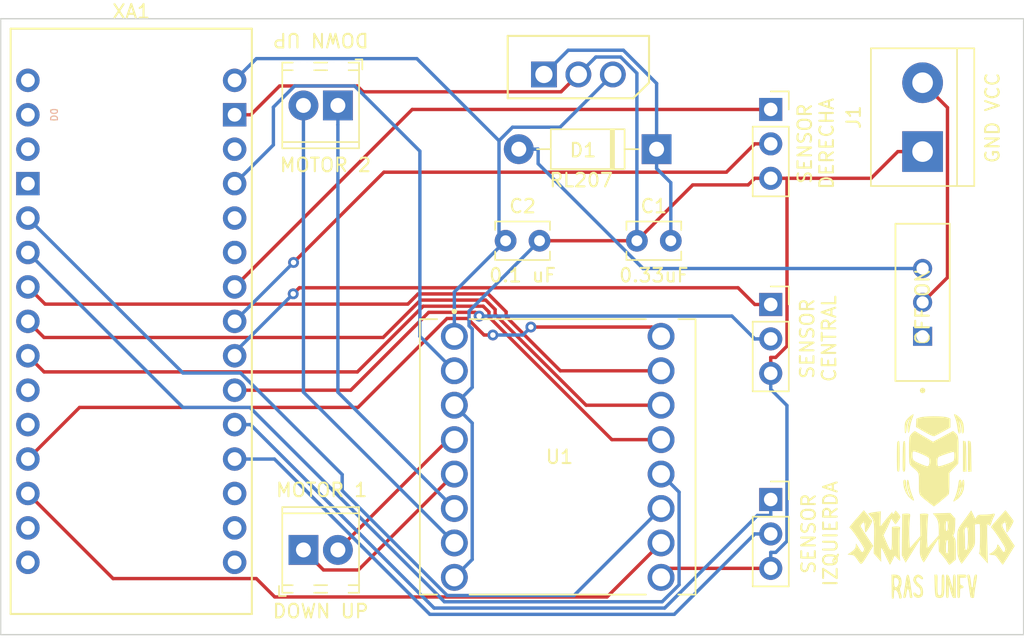
<source format=kicad_pcb>
(kicad_pcb (version 20211014) (generator pcbnew)
  (layers (0 "F.Cu" signal) (31 "B.Cu" signal) (34 "B.Paste" user) (35 "F.Paste" user) (36 "B.SilkS" user "B.Silkscreen") (37 "F.SilkS" user "F.Silkscreen") (38 "B.Mask" user) (39 "F.Mask" user) (44 "Edge.Cuts" user))
  (net 0 "")
  (net 1 "Net-(D1-Pad2)")
  (net 2 "GND")
  (net 3 "M2")
  (net 4 "M1")
  (net 5 "M4")
  (net 6 "M3")
  (net 7 "V1")
  (net 8 "S1")
  (net 9 "V2")
  (net 10 "S2")
  (net 11 "V3")
  (net 12 "S3")
  (net 14 "E1")
  (net 15 "A1")
  (net 16 "A2")
  (net 17 "E2")
  (net 18 "A3")
  (net 19 "A4")
  (net 20 "5V")
  (net 27 "Net-(C1-Pad2)")
  (net 30 "Net-(J1-Pad2)")
  (net 37 "10V")
  (net 38 "SBY")
  (footprint "Capacitor_THT:C_Disc_D3.8mm_W2.6mm_P2.50mm" (layer "F.Cu") (at 114.9804 61.2394)
    (fp_text reference "C1" (at 1.25 -2.55) (layer "F.SilkS"))
    (fp_text value "0.33uF" (at 1.25 2.55) (layer "F.SilkS"))
    (pad "1" thru_hole circle (at 0 0) (size 1.6 1.6) (drill 0.8) (layers *.Cu *.Mask) (net 2 "GND"))
    (pad "2" thru_hole circle (at 2.5 0) (size 1.6 1.6) (drill 0.8) (layers *.Cu *.Mask) (net 27 "Net-(C1-Pad2)"))
  )
  (footprint "User:logo 15x15 mm" (layer "F.Cu") (at 136.972523 80.725423)
    (fp_text reference "G***" hide)
    (fp_text value "LOGO" hide)
  )
  (footprint "User:MODULE_ROB-14450" (layer "F.Cu") (at 109.1438 77.1832)
    (fp_text reference "U1" (at 0.127 0) (layer "F.SilkS"))
    (fp_text value "ROB-14450")
    (pad "1" thru_hole circle locked (at -7.62 -8.89) (size 1.98 1.98) (drill 1.32) (layers *.Cu *.Mask) (net 37 "10V"))
    (pad "2" thru_hole circle locked (at -7.62 -6.35) (size 1.98 1.98) (drill 1.32) (layers *.Cu *.Mask) (net 20 "5V"))
    (pad "3" thru_hole circle locked (at -7.62 -3.81) (size 1.98 1.98) (drill 1.32) (layers *.Cu *.Mask) (net 2 "GND"))
    (pad "4" thru_hole circle locked (at -7.62 -1.27) (size 1.98 1.98) (drill 1.32) (layers *.Cu *.Mask) (net 4 "M1"))
    (pad "5" thru_hole circle locked (at -7.62 1.27) (size 1.98 1.98) (drill 1.32) (layers *.Cu *.Mask) (net 3 "M2"))
    (pad "6" thru_hole circle locked (at -7.62 3.81) (size 1.98 1.98) (drill 1.32) (layers *.Cu *.Mask) (net 5 "M4"))
    (pad "7" thru_hole circle locked (at -7.62 6.35) (size 1.98 1.98) (drill 1.32) (layers *.Cu *.Mask) (net 6 "M3"))
    (pad "8" thru_hole circle locked (at -7.62 8.89) (size 1.98 1.98) (drill 1.32) (layers *.Cu *.Mask) (net 2 "GND"))
    (pad "9" thru_hole circle locked (at 7.62 8.89) (size 1.98 1.98) (drill 1.32) (layers *.Cu *.Mask) (net 2 "GND"))
    (pad "10" thru_hole circle locked (at 7.62 6.35) (size 1.98 1.98) (drill 1.32) (layers *.Cu *.Mask) (net 17 "E2"))
    (pad "11" thru_hole circle locked (at 7.62 3.81) (size 1.98 1.98) (drill 1.32) (layers *.Cu *.Mask) (net 19 "A4"))
    (pad "12" thru_hole circle locked (at 7.62 1.27) (size 1.98 1.98) (drill 1.32) (layers *.Cu *.Mask) (net 18 "A3"))
    (pad "13" thru_hole circle locked (at 7.62 -1.27) (size 1.98 1.98) (drill 1.32) (layers *.Cu *.Mask) (net 38 "SBY"))
    (pad "14" thru_hole circle locked (at 7.62 -3.81) (size 1.98 1.98) (drill 1.32) (layers *.Cu *.Mask) (net 15 "A1"))
    (pad "15" thru_hole circle locked (at 7.62 -6.35) (size 1.98 1.98) (drill 1.32) (layers *.Cu *.Mask) (net 16 "A2"))
    (pad "16" thru_hole circle locked (at 7.62 -8.89) (size 1.98 1.98) (drill 1.32) (layers *.Cu *.Mask) (net 14 "E1"))
  )
  (footprint "Connector_PinSocket_2.54mm:PinSocket_1x03_P2.54mm_Vertical" (layer "F.Cu") (at 124.8478 80.3297)
    (fp_text reference "J4" hide)
    (fp_text value "SI")
    (pad "1" thru_hole rect (at 0 0) (size 1.7 1.7) (drill 1) (layers *.Cu *.Mask) (net 7 "V1"))
    (pad "2" thru_hole oval (at 0 2.54) (size 1.7 1.7) (drill 1) (layers *.Cu *.Mask) (net 8 "S1"))
    (pad "3" thru_hole oval (at 0 5.08) (size 1.7 1.7) (drill 1) (layers *.Cu *.Mask) (net 2 "GND"))
  )
  (footprint "User:TO254P450X1020X1935-3P" (layer "F.Cu") (at 113.2078 47.879)
    (fp_text reference "Q1" hide)
    (fp_text value "L78S10CV" hide)
    (pad "1" thru_hole rect locked (at -5.08 1.0922) (size 1.905 1.905) (drill 1.27) (layers *.Cu *.Mask) (net 27 "Net-(C1-Pad2)"))
    (pad "2" thru_hole circle locked (at -2.54 1.0922) (size 1.905 1.905) (drill 1.27) (layers *.Cu *.Mask) (net 2 "GND"))
    (pad "3" thru_hole circle locked (at 0 1.0922) (size 1.905 1.905) (drill 1.27) (layers *.Cu *.Mask) (net 37 "10V"))
  )
  (footprint "Capacitor_THT:C_Disc_D3.8mm_W2.6mm_P2.50mm" (layer "F.Cu") (at 105.303 61.2394)
    (fp_text reference "C2" (at 1.25 -2.55) (layer "F.SilkS"))
    (fp_text value "0.1 uF" (at 1.25 2.55) (layer "F.SilkS"))
    (pad "1" thru_hole circle (at 0 0) (size 1.6 1.6) (drill 0.8) (layers *.Cu *.Mask) (net 37 "10V"))
    (pad "2" thru_hole circle (at 2.5 0) (size 1.6 1.6) (drill 0.8) (layers *.Cu *.Mask) (net 2 "GND"))
  )
  (footprint "User:SW_MINI-SPDT-SW" (layer "F.Cu") (at 136.0424 65.786 90)
    (fp_text reference "S1" hide)
    (fp_text value "MINI-SPDT-SW")
    (pad "1" thru_hole rect locked (at -2.5 0 90) (size 1.408 1.408) (drill 0.9) (layers *.Cu *.Mask))
    (pad "2" thru_hole circle locked (at 0 0 90) (size 1.408 1.408) (drill 0.9) (layers *.Cu *.Mask) (net 30 "Net-(J1-Pad2)"))
    (pad "3" thru_hole circle locked (at 2.5 0 90) (size 1.408 1.408) (drill 0.9) (layers *.Cu *.Mask) (net 1 "Net-(D1-Pad2)"))
  )
  (footprint "Connector_PinSocket_2.54mm:PinSocket_1x03_P2.54mm_Vertical" (layer "F.Cu") (at 124.8478 65.9406)
    (fp_text reference "J5" hide)
    (fp_text value "SC")
    (pad "1" thru_hole rect (at 0 0) (size 1.7 1.7) (drill 1) (layers *.Cu *.Mask) (net 9 "V2"))
    (pad "2" thru_hole oval (at 0 2.54) (size 1.7 1.7) (drill 1) (layers *.Cu *.Mask) (net 10 "S2"))
    (pad "3" thru_hole oval (at 0 5.08) (size 1.7 1.7) (drill 1) (layers *.Cu *.Mask) (net 2 "GND"))
  )
  (footprint "TerminalBlock_Phoenix:TerminalBlock_Phoenix_MPT-0,5-2-2.54_1x02_P2.54mm_Horizontal" (layer "F.Cu") (at 90.3986 84.0486)
    (fp_text reference "J2" hide)
    (fp_text value "MOTOR 1" (at 1.3462 -4.4196) (layer "F.SilkS"))
    (pad "" np_thru_hole circle (at 2.54 2.54) (size 1.1 1.1) (drill 1.1) (layers *.Cu *.Mask))
    (pad "" np_thru_hole circle (at 0 2.54) (size 1.1 1.1) (drill 1.1) (layers *.Cu *.Mask))
    (pad "1" thru_hole rect (at 0 0) (size 2.2 2.2) (drill 1.1) (layers *.Cu *.Mask) (net 3 "M2"))
    (pad "2" thru_hole circle (at 2.54 0) (size 2.2 2.2) (drill 1.1) (layers *.Cu *.Mask) (net 4 "M1"))
  )
  (footprint "Diode_THT:D_DO-41_SOD81_P10.16mm_Horizontal" (layer "F.Cu") (at 116.4336 54.483 180)
    (fp_text reference "D1" (at 5.42845 -0.07885) (layer "F.SilkS"))
    (fp_text value "RL207" (at 5.55545 -2.28865) (layer "F.SilkS"))
    (pad "1" thru_hole rect (at 0 0 180) (size 2.2 2.2) (drill 1.1) (layers *.Cu *.Mask) (net 27 "Net-(C1-Pad2)"))
    (pad "2" thru_hole oval (at 10.16 0 180) (size 2.2 2.2) (drill 1.1) (layers *.Cu *.Mask) (net 1 "Net-(D1-Pad2)"))
  )
  (footprint "PCM_arduino-library:Arduino_Nano_Every_Socket" (layer "F.Cu") (at 77.7058 88.7756)
    (fp_text reference "XA1" (at 0 -44.45) (layer "F.SilkS"))
    (fp_text value "Arduino_Nano_Every_Socket")
    (fp_text user "D0" (at -5.715 -36.83 -90 unlocked) (layer "B.SilkS") (effects (font (size 0.5 0.5) (thickness 0.075)) (justify mirror)))
    (fp_text user "D0" (at -5.715 -36.83 -90 unlocked) (layer "F.SilkS") (effects (font (size 0.5 0.5) (thickness 0.075))))
    (pad "" np_thru_hole circle (at -7.62 -41.91) (size 1.8 1.8) (drill 1.8) (layers F&B.Cu *.Mask))
    (pad "" np_thru_hole circle (at 7.62 -1.27) (size 1.8 1.8) (drill 1.8) (layers F&B.Cu *.Mask))
    (pad "" np_thru_hole circle (at -7.62 -1.27) (size 1.8 1.8) (drill 1.8) (layers F&B.Cu *.Mask))
    (pad "" np_thru_hole circle (at 7.62 -41.91) (size 1.8 1.8) (drill 1.8) (layers F&B.Cu *.Mask))
    (pad "3V3" thru_hole circle (at 7.62 -6.35) (size 1.7272 1.7272) (drill 1.016) (layers *.Cu *.Mask))
    (pad "5V" thru_hole circle (at 7.62 -31.75) (size 1.7272 1.7272) (drill 1.016) (layers *.Cu *.Mask) (net 20 "5V"))
    (pad "A0" thru_hole circle (at 7.62 -11.43) (size 1.7272 1.7272) (drill 1.016) (layers *.Cu *.Mask) (net 8 "S1"))
    (pad "A1" thru_hole circle (at 7.62 -13.97) (size 1.7272 1.7272) (drill 1.016) (layers *.Cu *.Mask) (net 7 "V1"))
    (pad "A2" thru_hole circle (at 7.62 -16.51) (size 1.7272 1.7272) (drill 1.016) (layers *.Cu *.Mask) (net 10 "S2"))
    (pad "A3" thru_hole circle (at 7.62 -19.05) (size 1.7272 1.7272) (drill 1.016) (layers *.Cu *.Mask) (net 9 "V2"))
    (pad "A4" thru_hole circle (at 7.62 -21.59) (size 1.7272 1.7272) (drill 1.016) (layers *.Cu *.Mask) (net 12 "S3"))
    (pad "A5" thru_hole circle (at 7.62 -24.13) (size 1.7272 1.7272) (drill 1.016) (layers *.Cu *.Mask) (net 11 "V3"))
    (pad "A6" thru_hole circle (at 7.62 -26.67) (size 1.7272 1.7272) (drill 1.016) (layers *.Cu *.Mask))
    (pad "A7" thru_hole circle (at 7.62 -29.21) (size 1.7272 1.7272) (drill 1.016) (layers *.Cu *.Mask))
    (pad "AREF" thru_hole circle (at 7.62 -8.89) (size 1.7272 1.7272) (drill 1.016) (layers *.Cu *.Mask))
    (pad "D0" thru_hole circle (at -7.62 -36.83) (size 1.7272 1.7272) (drill 1.016) (layers *.Cu *.Mask))
    (pad "D1" thru_hole circle (at -7.62 -39.37) (size 1.7272 1.7272) (drill 1.016) (layers *.Cu *.Mask))
    (pad "D2" thru_hole circle (at -7.62 -29.21) (size 1.7272 1.7272) (drill 1.016) (layers *.Cu *.Mask) (net 19 "A4"))
    (pad "D3" thru_hole circle (at -7.62 -26.67) (size 1.7272 1.7272) (drill 1.016) (layers *.Cu *.Mask) (net 18 "A3"))
    (pad "D4" thru_hole circle (at -7.62 -24.13) (size 1.7272 1.7272) (drill 1.016) (layers *.Cu *.Mask) (net 16 "A2"))
    (pad "D5" thru_hole circle (at -7.62 -21.59) (size 1.7272 1.7272) (drill 1.016) (layers *.Cu *.Mask) (net 15 "A1"))
    (pad "D6" thru_hole circle (at -7.62 -19.05) (size 1.7272 1.7272) (drill 1.016) (layers *.Cu *.Mask) (net 38 "SBY"))
    (pad "D7" thru_hole circle (at -7.62 -16.51) (size 1.7272 1.7272) (drill 1.016) (layers *.Cu *.Mask))
    (pad "D8" thru_hole circle (at -7.62 -13.97) (size 1.7272 1.7272) (drill 1.016) (layers *.Cu *.Mask))
    (pad "D9" thru_hole circle (at -7.62 -11.43) (size 1.7272 1.7272) (drill 1.016) (layers *.Cu *.Mask) (net 14 "E1"))
    (pad "D10" thru_hole circle (at -7.62 -8.89) (size 1.7272 1.7272) (drill 1.016) (layers *.Cu *.Mask) (net 17 "E2"))
    (pad "D11" thru_hole circle (at -7.62 -6.35) (size 1.7272 1.7272) (drill 1.016) (layers *.Cu *.Mask))
    (pad "D12" thru_hole circle (at -7.62 -3.81) (size 1.7272 1.7272) (drill 1.016) (layers *.Cu *.Mask))
    (pad "D13" thru_hole circle (at 7.62 -3.81) (size 1.7272 1.7272) (drill 1.016) (layers *.Cu *.Mask))
    (pad "GND1" thru_hole rect (at -7.62 -31.75) (size 1.7272 1.7272) (drill 1.016) (layers *.Cu *.Mask))
    (pad "GND2" thru_hole rect (at 7.62 -36.83) (size 1.7272 1.7272) (drill 1.016) (layers *.Cu *.Mask) (net 2 "GND"))
    (pad "RST1" thru_hole circle (at -7.62 -34.29) (size 1.7272 1.7272) (drill 1.016) (layers *.Cu *.Mask))
    (pad "RST2" thru_hole circle (at 7.62 -34.29) (size 1.7272 1.7272) (drill 1.016) (layers *.Cu *.Mask))
    (pad "VIN" thru_hole circle (at 7.62 -39.37) (size 1.7272 1.7272) (drill 1.016) (layers *.Cu *.Mask) (net 37 "10V"))
  )
  (footprint "TerminalBlock:TerminalBlock_bornier-2_P5.08mm" (layer "F.Cu") (at 136.0424 54.6608 90)
    (fp_text reference "J1" (at 2.54 -5.08 90) (layer "F.SilkS"))
    (fp_text value "POWER")
    (pad "1" thru_hole rect (at 0 0 90) (size 3 3) (drill 1.52) (layers *.Cu *.Mask) (net 2 "GND"))
    (pad "2" thru_hole circle (at 5.08 0 90) (size 3 3) (drill 1.52) (layers *.Cu *.Mask) (net 30 "Net-(J1-Pad2)"))
  )
  (footprint "TerminalBlock_Phoenix:TerminalBlock_Phoenix_MPT-0,5-2-2.54_1x02_P2.54mm_Horizontal" (layer "F.Cu") (at 92.9386 51.2572 180)
    (fp_text reference "J3" hide)
    (fp_text value "MOTOR 2" (at 0.9144 -4.3942 180) (layer "F.SilkS"))
    (pad "" np_thru_hole circle (at 0 2.54 180) (size 1.1 1.1) (drill 1.1) (layers *.Cu *.Mask))
    (pad "" np_thru_hole circle (at 2.54 2.54 180) (size 1.1 1.1) (drill 1.1) (layers *.Cu *.Mask))
    (pad "1" thru_hole rect (at 0 0 180) (size 2.2 2.2) (drill 1.1) (layers *.Cu *.Mask) (net 5 "M4"))
    (pad "2" thru_hole circle (at 2.54 0 180) (size 2.2 2.2) (drill 1.1) (layers *.Cu *.Mask) (net 6 "M3"))
  )
  (footprint "Connector_PinSocket_2.54mm:PinSocket_1x03_P2.54mm_Vertical" (layer "F.Cu") (at 124.8478 51.5515)
    (fp_text reference "J6" hide)
    (fp_text value "SD")
    (pad "1" thru_hole rect (at 0 0) (size 1.7 1.7) (drill 1) (layers *.Cu *.Mask) (net 11 "V3"))
    (pad "2" thru_hole oval (at 0 2.54) (size 1.7 1.7) (drill 1) (layers *.Cu *.Mask) (net 12 "S3"))
    (pad "3" thru_hole oval (at 0 5.08) (size 1.7 1.7) (drill 1) (layers *.Cu *.Mask) (net 2 "GND"))
  )
  (gr_rect (start 68.07915 44.85905) (end 143.49175 90.29965) (layer "Edge.Cuts") (width 0.1) (fill none))
  (gr_text "SENSOR\nCENTRAL\n" (at 128.3462 68.465699 90) (layer "F.SilkS") (effects (font (size 1 1))))
  (gr_text "DOWN UP" (at 91.668601 46.4312 180) (layer "F.SilkS") (effects (font (size 1 1))))
  (gr_text "DOWN UP" (at 91.6686 88.5698) (layer "F.SilkS") (effects (font (size 1 1))))
  (gr_text "OFF ON" (at 136.0424 66.0985 90) (layer "F.SilkS") (effects (font (size 1 1))))
  (gr_text "GND VCC" (at 141.1986 52.1716 90) (layer "F.SilkS") (effects (font (size 1 1))))
  (gr_text "SENSOR\nIZQUIERDA\n" (at 128.4478 82.8548 90) (layer "F.SilkS") (effects (font (size 1 1))))
  (gr_text "SENSOR\nDERECHA" (at 128.1684 54.076599 90) (layer "F.SilkS") (effects (font (size 1 1))))
  (segment (start 115.4333 63.286) (end 136.0424 63.286) (width 0.25) (layer "B.Cu") (net 1))
  (segment (start 106.2736 54.483) (end 107.7005 54.483) (width 0.25) (layer "B.Cu") (net 1))
  (segment (start 107.7005 54.483) (end 107.7005 55.5532) (width 0.25) (layer "B.Cu") (net 1))
  (segment (start 107.7005 55.5532) (end 115.4333 63.286) (width 0.25) (layer "B.Cu") (net 1))
  (segment (start 94.3658 49.8197) (end 88.6422 49.8197) (width 0.25) (layer "F.Cu") (net 2))
  (segment (start 110.6678 48.9712) (end 109.3884 50.2506) (width 0.25) (layer "F.Cu") (net 2))
  (segment (start 124.8478 85.4097) (end 117.4273 85.4097) (width 0.25) (layer "F.Cu") (net 2))
  (segment (start 88.6422 49.8197) (end 86.5163 51.9456) (width 0.25) (layer "F.Cu") (net 2))
  (segment (start 124.8478 56.6315) (end 123.6709 56.6315) (width 0.25) (layer "F.Cu") (net 2))
  (segment (start 126.0466 56.6315) (end 124.8478 56.6315) (width 0.25) (layer "F.Cu") (net 2))
  (segment (start 119.1005 57.1193) (end 114.9804 61.2394) (width 0.25) (layer "F.Cu") (net 2))
  (segment (start 125.2136 69.8437) (end 124.8478 69.8437) (width 0.25) (layer "F.Cu") (net 2))
  (segment (start 94.7967 50.2506) (end 94.3658 49.8197) (width 0.25) (layer "F.Cu") (net 2))
  (segment (start 126.0466 56.6315) (end 126.0466 69.0107) (width 0.25) (layer "F.Cu") (net 2))
  (segment (start 109.3884 50.2506) (end 94.7967 50.2506) (width 0.25) (layer "F.Cu") (net 2))
  (segment (start 132.2448 56.6315) (end 126.0466 56.6315) (width 0.25) (layer "F.Cu") (net 2))
  (segment (start 126.0466 69.0107) (end 125.2136 69.8437) (width 0.25) (layer "F.Cu") (net 2))
  (segment (start 124.8478 71.0206) (end 124.8478 69.8437) (width 0.25) (layer "F.Cu") (net 2))
  (segment (start 117.4273 85.4097) (end 116.7638 86.0732) (width 0.25) (layer "F.Cu") (net 2))
  (segment (start 136.0424 54.6608) (end 134.2155 54.6608) (width 0.25) (layer "F.Cu") (net 2))
  (segment (start 85.3258 51.9456) (end 86.5163 51.9456) (width 0.25) (layer "F.Cu") (net 2))
  (segment (start 134.2155 54.6608) (end 132.2448 56.6315) (width 0.25) (layer "F.Cu") (net 2))
  (segment (start 123.1831 57.1193) (end 119.1005 57.1193) (width 0.25) (layer "F.Cu") (net 2))
  (segment (start 114.9804 61.2394) (end 107.803 61.2394) (width 0.25) (layer "F.Cu") (net 2))
  (segment (start 123.6709 56.6315) (end 123.1831 57.1193) (width 0.25) (layer "F.Cu") (net 2))
  (segment (start 111.9553 47.6837) (end 113.7855 47.6837) (width 0.25) (layer "B.Cu") (net 2))
  (segment (start 102.8407 84.7563) (end 102.8407 74.6901) (width 0.25) (layer "B.Cu") (net 2))
  (segment (start 102.6082 66.4342) (end 107.803 61.2394) (width 0.25) (layer "B.Cu") (net 2))
  (segment (start 101.5238 86.0732) (end 102.8407 84.7563) (width 0.25) (layer "B.Cu") (net 2))
  (segment (start 124.8478 72.1975) (end 126.0418 73.3915) (width 0.25) (layer "B.Cu") (net 2))
  (segment (start 101.5238 73.3732) (end 102.8413 72.0557) (width 0.25) (layer "B.Cu") (net 2))
  (segment (start 110.6678 48.9712) (end 111.9553 47.6837) (width 0.25) (layer "B.Cu") (net 2))
  (segment (start 102.8407 74.6901) (end 101.5238 73.3732) (width 0.25) (layer "B.Cu") (net 2))
  (segment (start 102.8413 72.0557) (end 102.8413 67.7483) (width 0.25) (layer "B.Cu") (net 2))
  (segment (start 102.6082 67.5152) (end 102.6082 66.4342) (width 0.25) (layer "B.Cu") (net 2))
  (segment (start 124.8478 85.4097) (end 124.8478 84.2328) (width 0.25) (layer "B.Cu") (net 2))
  (segment (start 124.8478 71.0206) (end 124.8478 72.1975) (width 0.25) (layer "B.Cu") (net 2))
  (segment (start 125.2136 84.2328) (end 124.8478 84.2328) (width 0.25) (layer "B.Cu") (net 2))
  (segment (start 126.0418 73.3915) (end 126.0418 83.4046) (width 0.25) (layer "B.Cu") (net 2))
  (segment (start 102.8413 67.7483) (end 102.6082 67.5152) (width 0.25) (layer "B.Cu") (net 2))
  (segment (start 114.9804 48.8786) (end 114.9804 61.2394) (width 0.25) (layer "B.Cu") (net 2))
  (segment (start 126.0418 83.4046) (end 125.2136 84.2328) (width 0.25) (layer "B.Cu") (net 2))
  (segment (start 113.7855 47.6837) (end 114.9804 48.8786) (width 0.25) (layer "B.Cu") (net 2))
  (segment (start 90.3986 84.0486) (end 91.8783 85.5283) (width 0.25) (layer "F.Cu") (net 3))
  (segment (start 91.8783 85.5283) (end 94.4487 85.5283) (width 0.25) (layer "F.Cu") (net 3))
  (segment (start 94.4487 85.5283) (end 101.5238 78.4532) (width 0.25) (layer "F.Cu") (net 3))
  (segment (start 92.9386 84.0486) (end 101.074 75.9132) (width 0.25) (layer "F.Cu") (net 4))
  (segment (start 101.074 75.9132) (end 101.5238 75.9132) (width 0.25) (layer "F.Cu") (net 4))
  (segment (start 92.9386 51.2572) (end 92.9386 52.6841) (width 0.25) (layer "B.Cu") (net 5))
  (segment (start 101.5238 80.9932) (end 92.9386 72.408) (width 0.25) (layer "B.Cu") (net 5))
  (segment (start 92.9386 72.408) (end 92.9386 52.6841) (width 0.25) (layer "B.Cu") (net 5))
  (segment (start 90.3986 72.408) (end 101.5238 83.5332) (width 0.25) (layer "B.Cu") (net 6))
  (segment (start 90.3986 51.2572) (end 90.3986 72.408) (width 0.25) (layer "B.Cu") (net 6))
  (segment (start 85.3258 74.8056) (end 86.4964 74.8056) (width 0.25) (layer "B.Cu") (net 7))
  (segment (start 124.8478 80.3297) (end 124.8478 81.5066) (width 0.25) (layer "B.Cu") (net 7))
  (segment (start 117.0313 88.3383) (end 123.863 81.5066) (width 0.25) (layer "B.Cu") (net 7))
  (segment (start 86.4964 74.8056) (end 100.0291 88.3383) (width 0.25) (layer "B.Cu") (net 7))
  (segment (start 100.0291 88.3383) (end 117.0313 88.3383) (width 0.25) (layer "B.Cu") (net 7))
  (segment (start 123.863 81.5066) (end 124.8478 81.5066) (width 0.25) (layer "B.Cu") (net 7))
  (segment (start 117.7383 88.8023) (end 123.6709 82.8697) (width 0.25) (layer "B.Cu") (net 8))
  (segment (start 99.7177 88.8023) (end 117.7383 88.8023) (width 0.25) (layer "B.Cu") (net 8))
  (segment (start 88.261 77.3456) (end 99.7177 88.8023) (width 0.25) (layer "B.Cu") (net 8))
  (segment (start 85.3258 77.3456) (end 88.261 77.3456) (width 0.25) (layer "B.Cu") (net 8))
  (segment (start 124.8478 82.8697) (end 123.6709 82.8697) (width 0.25) (layer "B.Cu") (net 8))
  (segment (start 124.8478 65.9406) (end 123.6709 65.9406) (width 0.25) (layer "F.Cu") (net 9))
  (segment (start 122.4385 64.7082) (end 123.6709 65.9406) (width 0.25) (layer "F.Cu") (net 9))
  (segment (start 90.0933 64.7082) (end 122.4385 64.7082) (width 0.25) (layer "F.Cu") (net 9))
  (segment (start 89.6453 65.1562) (end 90.0933 64.7082) (width 0.25) (layer "F.Cu") (net 9))
  (via (at 89.6453 65.1562) (size 0.8) (drill 0.4) (layers "F.Cu" "B.Cu") (net 9))
  (segment (start 85.3258 69.4757) (end 85.3258 69.7256) (width 0.25) (layer "B.Cu") (net 9))
  (segment (start 89.6453 65.1562) (end 85.3258 69.4757) (width 0.25) (layer "B.Cu") (net 9))
  (segment (start 103.0729 66.5203) (end 103.3505 66.7979) (width 0.25) (layer "F.Cu") (net 10))
  (segment (start 99.6333 66.5203) (end 103.0729 66.5203) (width 0.25) (layer "F.Cu") (net 10))
  (segment (start 85.3273 72.264) (end 93.8896 72.264) (width 0.25) (layer "F.Cu") (net 10))
  (segment (start 85.3273 72.2641) (end 85.3273 72.264) (width 0.25) (layer "F.Cu") (net 10))
  (segment (start 93.8896 72.264) (end 99.6333 66.5203) (width 0.25) (layer "F.Cu") (net 10))
  (segment (start 85.3258 72.2656) (end 85.3273 72.2641) (width 0.25) (layer "F.Cu") (net 10))
  (via (at 103.3505 66.7979) (size 0.8) (drill 0.4) (layers "F.Cu" "B.Cu") (net 10))
  (segment (start 123.6709 68.4806) (end 121.9882 66.7979) (width 0.25) (layer "B.Cu") (net 10))
  (segment (start 121.9882 66.7979) (end 103.3505 66.7979) (width 0.25) (layer "B.Cu") (net 10))
  (segment (start 124.8478 68.4806) (end 123.6709 68.4806) (width 0.25) (layer "B.Cu") (net 10))
  (segment (start 98.4199 51.5515) (end 85.3258 64.6456) (width 0.25) (layer "F.Cu") (net 11))
  (segment (start 124.8478 51.5515) (end 98.4199 51.5515) (width 0.25) (layer "F.Cu") (net 11))
  (segment (start 123.6709 54.0915) (end 121.5813 56.1811) (width 0.25) (layer "F.Cu") (net 12))
  (segment (start 96.3303 56.1811) (end 89.6687 62.8427) (width 0.25) (layer "F.Cu") (net 12))
  (segment (start 121.5813 56.1811) (end 96.3303 56.1811) (width 0.25) (layer "F.Cu") (net 12))
  (segment (start 124.8478 54.0915) (end 123.6709 54.0915) (width 0.25) (layer "F.Cu") (net 12))
  (via (at 89.6687 62.8427) (size 0.8) (drill 0.4) (layers "F.Cu" "B.Cu") (net 12))
  (segment (start 85.3258 67.1856) (end 89.6687 62.8427) (width 0.25) (layer "B.Cu") (net 12))
  (segment (start 100.9805 66.9742) (end 102.4909 66.9742) (width 0.25) (layer "F.Cu") (net 14))
  (segment (start 116.0759 67.6053) (end 107.165 67.6053) (width 0.25) (layer "F.Cu") (net 14))
  (segment (start 116.7638 68.2932) (end 116.0759 67.6053) (width 0.25) (layer "F.Cu") (net 14))
  (segment (start 103.7109 68.1942) (end 104.3648 68.1942) (width 0.25) (layer "F.Cu") (net 14))
  (segment (start 94.4191 73.5356) (end 100.9805 66.9742) (width 0.25) (layer "F.Cu") (net 14))
  (segment (start 73.8958 73.5356) (end 94.4191 73.5356) (width 0.25) (layer "F.Cu") (net 14))
  (segment (start 102.4909 66.9742) (end 103.7109 68.1942) (width 0.25) (layer "F.Cu") (net 14))
  (segment (start 70.0858 77.3456) (end 73.8958 73.5356) (width 0.25) (layer "F.Cu") (net 14))
  (via (at 107.165 67.6053) (size 0.8) (drill 0.4) (layers "F.Cu" "B.Cu") (net 14))
  (via (at 104.3648 68.1942) (size 0.8) (drill 0.4) (layers "F.Cu" "B.Cu") (net 14))
  (segment (start 107.165 67.6053) (end 106.5761 68.1942) (width 0.25) (layer "B.Cu") (net 14))
  (segment (start 106.5761 68.1942) (end 104.3648 68.1942) (width 0.25) (layer "B.Cu") (net 14))
  (segment (start 116.7638 73.3732) (end 111.2363 73.3732) (width 0.25) (layer "F.Cu") (net 15))
  (segment (start 99.0339 65.6165) (end 96.2742 68.3762) (width 0.25) (layer "F.Cu") (net 15))
  (segment (start 104.5293 66.6662) (end 104.5293 66.3096) (width 0.25) (layer "F.Cu") (net 15))
  (segment (start 96.2742 68.3762) (end 71.2764 68.3762) (width 0.25) (layer "F.Cu") (net 15))
  (segment (start 104.5293 66.3096) (end 103.8362 65.6165) (width 0.25) (layer "F.Cu") (net 15))
  (segment (start 71.2764 68.3762) (end 70.0858 67.1856) (width 0.25) (layer "F.Cu") (net 15))
  (segment (start 103.8362 65.6165) (end 99.0339 65.6165) (width 0.25) (layer "F.Cu") (net 15))
  (segment (start 111.2363 73.3732) (end 104.5293 66.6662) (width 0.25) (layer "F.Cu") (net 15))
  (segment (start 98.0957 65.9156) (end 71.3558 65.9156) (width 0.25) (layer "F.Cu") (net 16))
  (segment (start 105.3404 66.4816) (end 104.0219 65.1631) (width 0.25) (layer "F.Cu") (net 16))
  (segment (start 98.8482 65.1631) (end 98.0957 65.9156) (width 0.25) (layer "F.Cu") (net 16))
  (segment (start 105.3404 66.8381) (end 105.3404 66.4816) (width 0.25) (layer "F.Cu") (net 16))
  (segment (start 109.3355 70.8332) (end 105.3404 66.8381) (width 0.25) (layer "F.Cu") (net 16))
  (segment (start 116.7638 70.8332) (end 109.3355 70.8332) (width 0.25) (layer "F.Cu") (net 16))
  (segment (start 71.3558 65.9156) (end 70.0858 64.6456) (width 0.25) (layer "F.Cu") (net 16))
  (segment (start 104.0219 65.1631) (end 98.8482 65.1631) (width 0.25) (layer "F.Cu") (net 16))
  (segment (start 112.7772 87.5198) (end 116.7638 83.5332) (width 0.25) (layer "F.Cu") (net 17))
  (segment (start 88.2834 87.5198) (end 112.7772 87.5198) (width 0.25) (layer "F.Cu") (net 17))
  (segment (start 70.0858 79.8856) (end 76.364 86.1638) (width 0.25) (layer "F.Cu") (net 17))
  (segment (start 76.364 86.1638) (end 86.9274 86.1638) (width 0.25) (layer "F.Cu") (net 17))
  (segment (start 86.9274 86.1638) (end 88.2834 87.5198) (width 0.25) (layer "F.Cu") (net 17))
  (segment (start 116.7638 78.4532) (end 118.0911 79.7805) (width 0.25) (layer "B.Cu") (net 18))
  (segment (start 116.8412 87.8743) (end 100.7911 87.8743) (width 0.25) (layer "B.Cu") (net 18))
  (segment (start 118.0911 86.6244) (end 116.8412 87.8743) (width 0.25) (layer "B.Cu") (net 18))
  (segment (start 118.0911 79.7805) (end 118.0911 86.6244) (width 0.25) (layer "B.Cu") (net 18))
  (segment (start 100.7911 87.8743) (end 86.4524 73.5356) (width 0.25) (layer "B.Cu") (net 18))
  (segment (start 86.4524 73.5356) (end 81.5158 73.5356) (width 0.25) (layer "B.Cu") (net 18))
  (segment (start 81.5158 73.5356) (end 70.0858 62.1056) (width 0.25) (layer "B.Cu") (net 18))
  (segment (start 81.5158 70.9956) (end 70.0858 59.5656) (width 0.25) (layer "B.Cu") (net 19))
  (segment (start 110.3454 87.4116) (end 100.9971 87.4116) (width 0.25) (layer "B.Cu") (net 19))
  (segment (start 85.7637 70.9956) (end 81.5158 70.9956) (width 0.25) (layer "B.Cu") (net 19))
  (segment (start 100.9971 87.4116) (end 93.2556 79.6701) (width 0.25) (layer "B.Cu") (net 19))
  (segment (start 116.7638 80.9932) (end 110.3454 87.4116) (width 0.25) (layer "B.Cu") (net 19))
  (segment (start 93.2556 79.6701) (end 93.2556 78.4875) (width 0.25) (layer "B.Cu") (net 19))
  (segment (start 93.2556 78.4875) (end 85.7637 70.9956) (width 0.25) (layer "B.Cu") (net 19))
  (segment (start 88.1835 54.1679) (end 88.1835 51.383) (width 0.25) (layer "B.Cu") (net 20))
  (segment (start 88.1835 51.383) (end 89.7499 49.8166) (width 0.25) (layer "B.Cu") (net 20))
  (segment (start 98.9825 68.2919) (end 101.5238 70.8332) (width 0.25) (layer "B.Cu") (net 20))
  (segment (start 85.3258 57.0256) (end 88.1835 54.1679) (width 0.25) (layer "B.Cu") (net 20))
  (segment (start 94.1708 49.8166) (end 98.9825 54.6283) (width 0.25) (layer "B.Cu") (net 20))
  (segment (start 98.9825 54.6283) (end 98.9825 68.2919) (width 0.25) (layer "B.Cu") (net 20))
  (segment (start 89.7499 49.8166) (end 94.1708 49.8166) (width 0.25) (layer "B.Cu") (net 20))
  (segment (start 113.9829 47.1833) (end 116.4336 49.634) (width 0.25) (layer "B.Cu") (net 27))
  (segment (start 116.4336 55.9099) (end 117.4804 56.9567) (width 0.25) (layer "B.Cu") (net 27))
  (segment (start 116.4336 54.483) (end 116.4336 55.9099) (width 0.25) (layer "B.Cu") (net 27))
  (segment (start 109.9157 47.1833) (end 113.9829 47.1833) (width 0.25) (layer "B.Cu") (net 27))
  (segment (start 108.1278 48.9712) (end 109.9157 47.1833) (width 0.25) (layer "B.Cu") (net 27))
  (segment (start 117.4804 56.9567) (end 117.4804 61.2394) (width 0.25) (layer "B.Cu") (net 27))
  (segment (start 116.4336 49.634) (end 116.4336 54.483) (width 0.25) (layer "B.Cu") (net 27))
  (segment (start 137.8764 63.952) (end 136.0424 65.786) (width 0.25) (layer "F.Cu") (net 30))
  (segment (start 137.8764 51.4148) (end 137.8764 63.952) (width 0.25) (layer "F.Cu") (net 30))
  (segment (start 136.0424 49.5808) (end 137.8764 51.4148) (width 0.25) (layer "F.Cu") (net 30))
  (segment (start 104.8155 53.8603) (end 98.7561 47.8009) (width 0.25) (layer "B.Cu") (net 37))
  (segment (start 101.5238 65.0186) (end 101.5238 68.2932) (width 0.25) (layer "B.Cu") (net 37))
  (segment (start 109.316 52.863) (end 105.8128 52.863) (width 0.25) (layer "B.Cu") (net 37))
  (segment (start 105.303 61.2394) (end 101.5238 65.0186) (width 0.25) (layer "B.Cu") (net 37))
  (segment (start 104.8155 53.8603) (end 104.8155 60.7519) (width 0.25) (layer "B.Cu") (net 37))
  (segment (start 98.7561 47.8009) (end 86.9305 47.8009) (width 0.25) (layer "B.Cu") (net 37))
  (segment (start 104.8155 60.7519) (end 105.303 61.2394) (width 0.25) (layer "B.Cu") (net 37))
  (segment (start 86.9305 47.8009) (end 85.3258 49.4056) (width 0.25) (layer "B.Cu") (net 37))
  (segment (start 105.8128 52.863) (end 104.8155 53.8603) (width 0.25) (layer "B.Cu") (net 37))
  (segment (start 113.2078 48.9712) (end 109.316 52.863) (width 0.25) (layer "B.Cu") (net 37))
  (segment (start 94.3734 70.9162) (end 71.2764 70.9162) (width 0.25) (layer "F.Cu") (net 38))
  (segment (start 71.2764 70.9162) (end 70.0858 69.7256) (width 0.25) (layer "F.Cu") (net 38))
  (segment (start 103.649 66.0684) (end 99.2212 66.0684) (width 0.25) (layer "F.Cu") (net 38))
  (segment (start 104.0774 66.8584) (end 104.0774 66.4968) (width 0.25) (layer "F.Cu") (net 38))
  (segment (start 99.2212 66.0684) (end 94.3734 70.9162) (width 0.25) (layer "F.Cu") (net 38))
  (segment (start 104.0774 66.4968) (end 103.649 66.0684) (width 0.25) (layer "F.Cu") (net 38))
  (segment (start 116.7638 75.9132) (end 113.1322 75.9132) (width 0.25) (layer "F.Cu") (net 38))
  (segment (start 113.1322 75.9132) (end 104.0774 66.8584) (width 0.25) (layer "F.Cu") (net 38))
)
</source>
